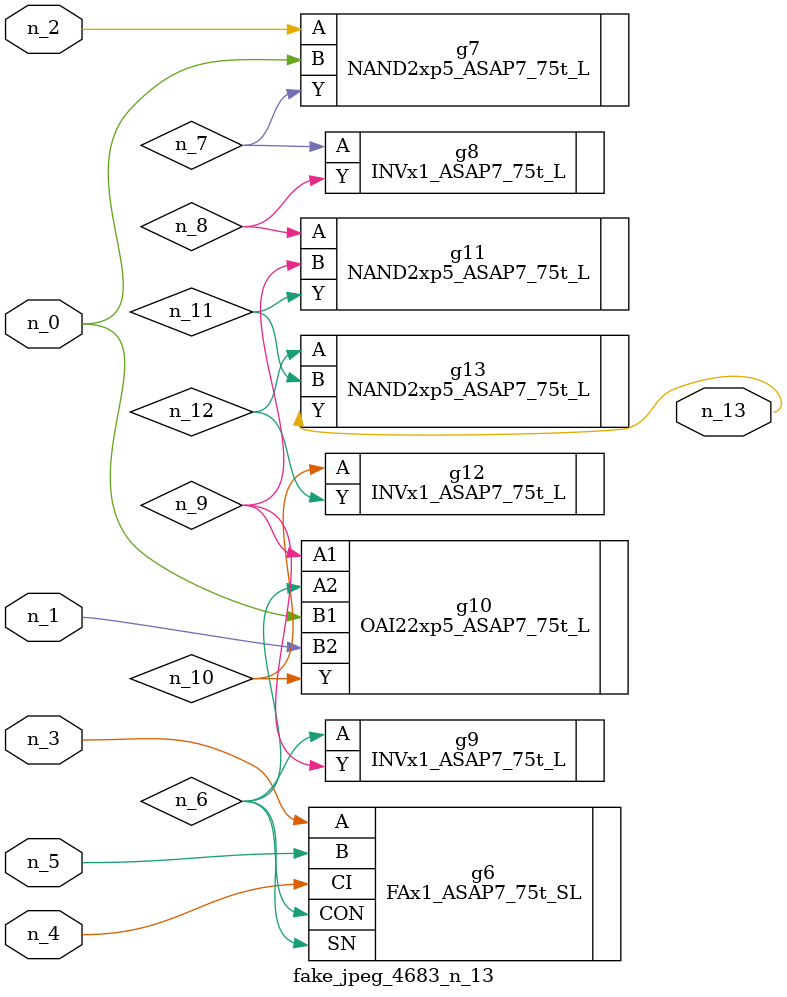
<source format=v>
module fake_jpeg_4683_n_13 (n_3, n_2, n_1, n_0, n_4, n_5, n_13);

input n_3;
input n_2;
input n_1;
input n_0;
input n_4;
input n_5;

output n_13;

wire n_11;
wire n_10;
wire n_12;
wire n_8;
wire n_9;
wire n_6;
wire n_7;

FAx1_ASAP7_75t_SL g6 ( 
.A(n_3),
.B(n_5),
.CI(n_4),
.CON(n_6),
.SN(n_6)
);

NAND2xp5_ASAP7_75t_L g7 ( 
.A(n_2),
.B(n_0),
.Y(n_7)
);

INVx1_ASAP7_75t_L g8 ( 
.A(n_7),
.Y(n_8)
);

NAND2xp5_ASAP7_75t_L g11 ( 
.A(n_8),
.B(n_9),
.Y(n_11)
);

INVx1_ASAP7_75t_L g9 ( 
.A(n_6),
.Y(n_9)
);

OAI22xp5_ASAP7_75t_L g10 ( 
.A1(n_9),
.A2(n_6),
.B1(n_0),
.B2(n_1),
.Y(n_10)
);

INVx1_ASAP7_75t_L g12 ( 
.A(n_10),
.Y(n_12)
);

NAND2xp5_ASAP7_75t_L g13 ( 
.A(n_12),
.B(n_11),
.Y(n_13)
);


endmodule
</source>
